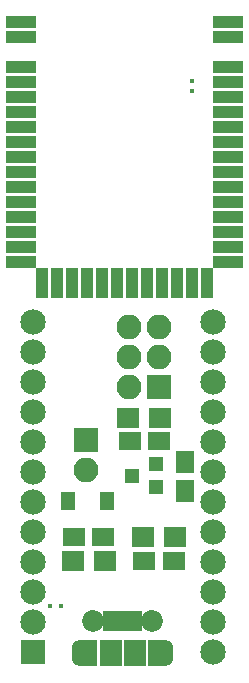
<source format=gbr>
G04 #@! TF.FileFunction,Soldermask,Top*
%FSLAX46Y46*%
G04 Gerber Fmt 4.6, Leading zero omitted, Abs format (unit mm)*
G04 Created by KiCad (PCBNEW 4.0.7) date 06/04/18 23:25:08*
%MOMM*%
%LPD*%
G01*
G04 APERTURE LIST*
%ADD10C,0.100000*%
%ADD11R,2.152600X2.152600*%
%ADD12C,2.152600*%
%ADD13C,0.402000*%
%ADD14R,1.120000X2.600000*%
%ADD15R,2.600000X1.120000*%
%ADD16R,1.900000X2.300000*%
%ADD17C,1.850000*%
%ADD18R,0.800000X1.750000*%
%ADD19O,1.600000X2.300000*%
%ADD20R,1.600000X2.300000*%
%ADD21R,1.300000X1.200000*%
%ADD22R,1.650000X1.900000*%
%ADD23R,1.900000X1.650000*%
%ADD24R,2.100000X2.100000*%
%ADD25O,2.100000X2.100000*%
%ADD26R,1.900000X1.700000*%
%ADD27R,1.300000X1.600000*%
G04 APERTURE END LIST*
D10*
D11*
X101600000Y-152146000D03*
D12*
X101600000Y-149606000D03*
X101600000Y-147066000D03*
X101600000Y-144526000D03*
X101600000Y-141986000D03*
X101600000Y-139446000D03*
X101600000Y-136906000D03*
X101600000Y-134366000D03*
X101600000Y-131826000D03*
X101600000Y-129286000D03*
X101600000Y-126746000D03*
X101600000Y-124206000D03*
X116840000Y-124206000D03*
X116840000Y-126746000D03*
X116840000Y-129286000D03*
X116840000Y-131826000D03*
X116840000Y-134366000D03*
X116840000Y-136906000D03*
X116840000Y-139446000D03*
X116840000Y-141986000D03*
X116840000Y-144526000D03*
X116840000Y-147066000D03*
X116840000Y-149606000D03*
X116840000Y-152146000D03*
D13*
X115001040Y-103738260D03*
X115001040Y-104638260D03*
X115001040Y-104638260D03*
X115001040Y-103738260D03*
D14*
X116332000Y-120904000D03*
X115062000Y-120904000D03*
X113792000Y-120904000D03*
X112522000Y-120904000D03*
X111252000Y-120904000D03*
X109982000Y-120904000D03*
X108712000Y-120904000D03*
X107442000Y-120904000D03*
X106172000Y-120904000D03*
X104902000Y-120904000D03*
X103632000Y-120904000D03*
X102362000Y-120904000D03*
D15*
X118110000Y-119126000D03*
X118110000Y-117856000D03*
X118110000Y-116586000D03*
X118110000Y-115316000D03*
X118110000Y-114046000D03*
X118110000Y-112776000D03*
X118110000Y-111506000D03*
X118110000Y-110236000D03*
X118110000Y-108966000D03*
X118110000Y-107696000D03*
X118110000Y-106426000D03*
X118110000Y-105156000D03*
X118110000Y-103886000D03*
X118110000Y-102616000D03*
X118110000Y-100076000D03*
X118110000Y-98806000D03*
X100584000Y-98806000D03*
X100584000Y-100076000D03*
X100584000Y-102616000D03*
X100584000Y-103886000D03*
X100584000Y-105156000D03*
X100584000Y-106426000D03*
X100584000Y-107696000D03*
X100584000Y-108966000D03*
X100584000Y-110236000D03*
X100584000Y-111506000D03*
X100584000Y-112776000D03*
X100584000Y-114046000D03*
X100584000Y-115316000D03*
X100584000Y-116586000D03*
X100584000Y-117856000D03*
X100584000Y-119126000D03*
D16*
X110169200Y-152208980D03*
D17*
X106669200Y-149508980D03*
D18*
X108519200Y-149508980D03*
X107869200Y-149508980D03*
X110469200Y-149508980D03*
X109819200Y-149508980D03*
X109169200Y-149508980D03*
D17*
X111669200Y-149508980D03*
D16*
X108169200Y-152208980D03*
D19*
X105669200Y-152208980D03*
X112669200Y-152208980D03*
D20*
X112069200Y-152208980D03*
X106269200Y-152208980D03*
D21*
X111973360Y-138132820D03*
X111973360Y-136232820D03*
X109973360Y-137182820D03*
D22*
X114434620Y-136011280D03*
X114434620Y-138511280D03*
D23*
X109752760Y-134246620D03*
X112252760Y-134246620D03*
D24*
X106072940Y-134167880D03*
D25*
X106072940Y-136707880D03*
D26*
X110890060Y-142333980D03*
X113590060Y-142333980D03*
X109617520Y-132308600D03*
X112317520Y-132308600D03*
D23*
X111004980Y-144432020D03*
X113504980Y-144432020D03*
D26*
X104970600Y-144409160D03*
X107670600Y-144409160D03*
D23*
X105028360Y-142402560D03*
X107528360Y-142402560D03*
D24*
X112229900Y-129715260D03*
D25*
X109689900Y-129715260D03*
X112229900Y-127175260D03*
X109689900Y-127175260D03*
X112229900Y-124635260D03*
X109689900Y-124635260D03*
D13*
X103927060Y-148254720D03*
X103027060Y-148254720D03*
X103027060Y-148254720D03*
X103927060Y-148254720D03*
D27*
X107850000Y-139360000D03*
X104550000Y-139360000D03*
M02*

</source>
